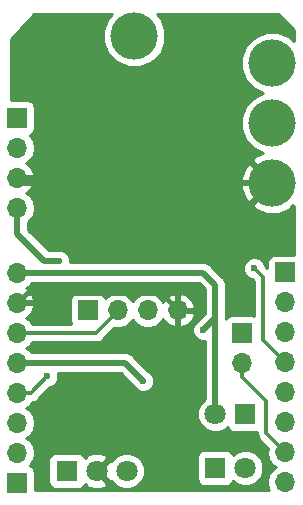
<source format=gbr>
G04 #@! TF.GenerationSoftware,KiCad,Pcbnew,5.0.0*
G04 #@! TF.CreationDate,2018-07-28T11:39:45+02:00*
G04 #@! TF.ProjectId,PTL-IR_remote,50544C2D49525F72656D6F74652E6B69,v1.1*
G04 #@! TF.SameCoordinates,Original*
G04 #@! TF.FileFunction,Copper,L2,Bot,Signal*
G04 #@! TF.FilePolarity,Positive*
%FSLAX46Y46*%
G04 Gerber Fmt 4.6, Leading zero omitted, Abs format (unit mm)*
G04 Created by KiCad (PCBNEW 5.0.0) date Sat Jul 28 11:39:45 2018*
%MOMM*%
%LPD*%
G01*
G04 APERTURE LIST*
G04 #@! TA.AperFunction,ComponentPad*
%ADD10C,4.000500*%
G04 #@! TD*
G04 #@! TA.AperFunction,ComponentPad*
%ADD11R,1.800000X1.800000*%
G04 #@! TD*
G04 #@! TA.AperFunction,ComponentPad*
%ADD12C,1.800000*%
G04 #@! TD*
G04 #@! TA.AperFunction,ComponentPad*
%ADD13R,1.700000X1.700000*%
G04 #@! TD*
G04 #@! TA.AperFunction,ComponentPad*
%ADD14O,1.700000X1.700000*%
G04 #@! TD*
G04 #@! TA.AperFunction,ViaPad*
%ADD15C,0.600000*%
G04 #@! TD*
G04 #@! TA.AperFunction,Conductor*
%ADD16C,0.300000*%
G04 #@! TD*
G04 #@! TA.AperFunction,Conductor*
%ADD17C,0.500000*%
G04 #@! TD*
G04 #@! TA.AperFunction,Conductor*
%ADD18C,0.400000*%
G04 #@! TD*
G04 #@! TA.AperFunction,Conductor*
%ADD19C,0.254000*%
G04 #@! TD*
G04 APERTURE END LIST*
D10*
G04 #@! TO.P,3V3,1*
G04 #@! TO.N,+3V3*
X195580000Y-82550000D03*
G04 #@! TD*
G04 #@! TO.P,D6,1*
G04 #@! TO.N,Net-(J5-Pad1)*
X195580000Y-87630000D03*
G04 #@! TD*
G04 #@! TO.P,Gnd,1*
G04 #@! TO.N,GND*
X195580000Y-92710000D03*
G04 #@! TD*
D11*
G04 #@! TO.P,D1,1*
G04 #@! TO.N,Net-(D1-Pad1)*
X190754000Y-116840000D03*
D12*
G04 #@! TO.P,D1,2*
G04 #@! TO.N,Net-(D1-Pad2)*
X193294000Y-116840000D03*
G04 #@! TD*
D13*
G04 #@! TO.P,PR1,1*
G04 #@! TO.N,+3V3*
X193040000Y-105410000D03*
D14*
G04 #@! TO.P,PR1,2*
G04 #@! TO.N,/ADC*
X193040000Y-107950000D03*
G04 #@! TD*
D11*
G04 #@! TO.P,U1,1*
G04 #@! TO.N,/D5*
X178181000Y-117094000D03*
D12*
G04 #@! TO.P,U1,2*
G04 #@! TO.N,GND*
X180721000Y-117094000D03*
G04 #@! TO.P,U1,3*
G04 #@! TO.N,Net-(C1-Pad1)*
X183261000Y-117094000D03*
G04 #@! TD*
D11*
G04 #@! TO.P,D2,1*
G04 #@! TO.N,Net-(D1-Pad2)*
X193294000Y-112268000D03*
D12*
G04 #@! TO.P,D2,2*
G04 #@! TO.N,+5V*
X190754000Y-112268000D03*
G04 #@! TD*
D13*
G04 #@! TO.P,bme280,1*
G04 #@! TO.N,/SDA*
X173990000Y-87185500D03*
D14*
G04 #@! TO.P,bme280,2*
G04 #@! TO.N,/SCL*
X173990000Y-89725500D03*
G04 #@! TO.P,bme280,3*
G04 #@! TO.N,GND*
X173990000Y-92265500D03*
G04 #@! TO.P,bme280,4*
G04 #@! TO.N,+3V3*
X173990000Y-94805500D03*
G04 #@! TD*
D13*
G04 #@! TO.P,DHT22,1*
G04 #@! TO.N,+3V3*
X179959000Y-103505000D03*
D14*
G04 #@! TO.P,DHT22,2*
G04 #@! TO.N,/D4*
X182499000Y-103505000D03*
G04 #@! TO.P,DHT22,3*
G04 #@! TO.N,Net-(DHT22-Pad3)*
X185039000Y-103505000D03*
G04 #@! TO.P,DHT22,4*
G04 #@! TO.N,GND*
X187579000Y-103505000D03*
G04 #@! TD*
D13*
G04 #@! TO.P,J1,1*
G04 #@! TO.N,+3V3*
X196659500Y-100266500D03*
D14*
G04 #@! TO.P,J1,2*
G04 #@! TO.N,Net-(J1-Pad2)*
X196659500Y-102806500D03*
G04 #@! TO.P,J1,3*
G04 #@! TO.N,Net-(J1-Pad3)*
X196659500Y-105346500D03*
G04 #@! TO.P,J1,4*
G04 #@! TO.N,/D6*
X196659500Y-107886500D03*
G04 #@! TO.P,J1,5*
G04 #@! TO.N,/D5*
X196659500Y-110426500D03*
G04 #@! TO.P,J1,6*
G04 #@! TO.N,Net-(J1-Pad6)*
X196659500Y-112966500D03*
G04 #@! TO.P,J1,7*
G04 #@! TO.N,/ADC*
X196659500Y-115506500D03*
G04 #@! TO.P,J1,8*
G04 #@! TO.N,Net-(J1-Pad8)*
X196659500Y-118046500D03*
G04 #@! TD*
D13*
G04 #@! TO.P,J2,1*
G04 #@! TO.N,Net-(J2-Pad1)*
X173990000Y-118110000D03*
D14*
G04 #@! TO.P,J2,2*
G04 #@! TO.N,/RX*
X173990000Y-115570000D03*
G04 #@! TO.P,J2,3*
G04 #@! TO.N,/SCL*
X173990000Y-113030000D03*
G04 #@! TO.P,J2,4*
G04 #@! TO.N,/SDA*
X173990000Y-110490000D03*
G04 #@! TO.P,J2,5*
G04 #@! TO.N,Net-(J2-Pad5)*
X173990000Y-107950000D03*
G04 #@! TO.P,J2,6*
G04 #@! TO.N,/D4*
X173990000Y-105410000D03*
G04 #@! TO.P,J2,7*
G04 #@! TO.N,GND*
X173990000Y-102870000D03*
G04 #@! TO.P,J2,8*
G04 #@! TO.N,+5V*
X173990000Y-100330000D03*
G04 #@! TD*
D10*
G04 #@! TO.P,screw,1*
G04 #@! TO.N,N/C*
X183896000Y-80264000D03*
G04 #@! TD*
D15*
G04 #@! TO.N,+3V3*
X177561000Y-99314000D03*
G04 #@! TO.N,GND*
X189484000Y-98806000D03*
G04 #@! TO.N,+5V*
X189738000Y-105156000D03*
G04 #@! TO.N,/SDA*
X176545000Y-109093000D03*
G04 #@! TO.N,/D6*
X194056000Y-99949000D03*
G04 #@! TO.N,Net-(J2-Pad5)*
X184658000Y-109474000D03*
G04 #@! TD*
D16*
G04 #@! TO.N,/ADC*
X193040000Y-107950000D02*
X193040000Y-109152081D01*
X195072000Y-113919000D02*
X196659500Y-115506500D01*
X195072000Y-111184081D02*
X195072000Y-113919000D01*
X193040000Y-109152081D02*
X195072000Y-111184081D01*
D17*
G04 #@! TO.N,+3V3*
X173990000Y-94805500D02*
X173990000Y-96007581D01*
X173990000Y-96007581D02*
X173990000Y-97028000D01*
X173990000Y-97028000D02*
X176276000Y-99314000D01*
X176276000Y-99314000D02*
X177561000Y-99314000D01*
D18*
G04 #@! TO.N,GND*
X173990000Y-102870000D02*
X174815500Y-102044500D01*
X174815500Y-102044500D02*
X186118500Y-102044500D01*
X186118500Y-102044500D02*
X187579000Y-103505000D01*
D17*
X191770000Y-96520000D02*
X189484000Y-98806000D01*
X195580000Y-92710000D02*
X191770000Y-96520000D01*
X174434500Y-92710000D02*
X173990000Y-92265500D01*
X195580000Y-92710000D02*
X174434500Y-92710000D01*
G04 #@! TO.N,+5V*
X189738000Y-100330000D02*
X173990000Y-100330000D01*
X190754000Y-101346000D02*
X189738000Y-100330000D01*
X190037999Y-104856001D02*
X190754000Y-104140000D01*
X189738000Y-105156000D02*
X190037999Y-104856001D01*
X190754000Y-112268000D02*
X190754000Y-104140000D01*
X190754000Y-104140000D02*
X190754000Y-101346000D01*
D16*
G04 #@! TO.N,/D4*
X182499000Y-103505000D02*
X182499000Y-103568500D01*
X182499000Y-103568500D02*
X180657500Y-105410000D01*
X180657500Y-105410000D02*
X173990000Y-105410000D01*
G04 #@! TO.N,/SDA*
X175148000Y-110490000D02*
X173990000Y-110490000D01*
X176545000Y-109093000D02*
X175148000Y-110490000D01*
G04 #@! TO.N,/D6*
X194056000Y-99949000D02*
X194818000Y-100711000D01*
X194818000Y-106045000D02*
X196659500Y-107886500D01*
X194818000Y-100711000D02*
X194818000Y-106045000D01*
D17*
G04 #@! TO.N,Net-(J2-Pad5)*
X173990000Y-107950000D02*
X183134000Y-107950000D01*
X183134000Y-107950000D02*
X184658000Y-109474000D01*
G04 #@! TD*
D19*
G04 #@! TO.N,GND*
G36*
X189869001Y-101712580D02*
X189869000Y-103773421D01*
X189473845Y-104168577D01*
X189329078Y-104313344D01*
X189208365Y-104363345D01*
X188945345Y-104626365D01*
X188803000Y-104970017D01*
X188803000Y-105341983D01*
X188945345Y-105685635D01*
X189208365Y-105948655D01*
X189552017Y-106091000D01*
X189869001Y-106091000D01*
X189869000Y-110982183D01*
X189452690Y-111398493D01*
X189219000Y-111962670D01*
X189219000Y-112573330D01*
X189452690Y-113137507D01*
X189884493Y-113569310D01*
X190448670Y-113803000D01*
X191059330Y-113803000D01*
X191623507Y-113569310D01*
X191792725Y-113400092D01*
X191795843Y-113415765D01*
X191936191Y-113625809D01*
X192146235Y-113766157D01*
X192394000Y-113815440D01*
X194194000Y-113815440D01*
X194287001Y-113796941D01*
X194287001Y-113841683D01*
X194271622Y-113919000D01*
X194332546Y-114225291D01*
X194462251Y-114419408D01*
X194462254Y-114419411D01*
X194506048Y-114484953D01*
X194571590Y-114528747D01*
X195212425Y-115169582D01*
X195145408Y-115506500D01*
X195260661Y-116085918D01*
X195588875Y-116577125D01*
X195887261Y-116776500D01*
X195588875Y-116975875D01*
X195260661Y-117467082D01*
X195145408Y-118046500D01*
X195260661Y-118625918D01*
X195290116Y-118670000D01*
X175487440Y-118670000D01*
X175487440Y-117260000D01*
X175438157Y-117012235D01*
X175297809Y-116802191D01*
X175087765Y-116661843D01*
X175042381Y-116652816D01*
X175060625Y-116640625D01*
X175359050Y-116194000D01*
X176633560Y-116194000D01*
X176633560Y-117994000D01*
X176682843Y-118241765D01*
X176823191Y-118451809D01*
X177033235Y-118592157D01*
X177281000Y-118641440D01*
X179081000Y-118641440D01*
X179328765Y-118592157D01*
X179538809Y-118451809D01*
X179671058Y-118253886D01*
X179705890Y-118288718D01*
X179820447Y-118174161D01*
X179906852Y-118430643D01*
X180480336Y-118640458D01*
X181090460Y-118614839D01*
X181535148Y-118430643D01*
X181621554Y-118174159D01*
X180721000Y-117273605D01*
X180706858Y-117287748D01*
X180527253Y-117108143D01*
X180541395Y-117094000D01*
X180900605Y-117094000D01*
X181801159Y-117994554D01*
X181951562Y-117943885D01*
X181959690Y-117963507D01*
X182391493Y-118395310D01*
X182955670Y-118629000D01*
X183566330Y-118629000D01*
X184130507Y-118395310D01*
X184562310Y-117963507D01*
X184796000Y-117399330D01*
X184796000Y-116788670D01*
X184562310Y-116224493D01*
X184277817Y-115940000D01*
X189206560Y-115940000D01*
X189206560Y-117740000D01*
X189255843Y-117987765D01*
X189396191Y-118197809D01*
X189606235Y-118338157D01*
X189854000Y-118387440D01*
X191654000Y-118387440D01*
X191901765Y-118338157D01*
X192111809Y-118197809D01*
X192252157Y-117987765D01*
X192255275Y-117972092D01*
X192424493Y-118141310D01*
X192988670Y-118375000D01*
X193599330Y-118375000D01*
X194163507Y-118141310D01*
X194595310Y-117709507D01*
X194829000Y-117145330D01*
X194829000Y-116534670D01*
X194595310Y-115970493D01*
X194163507Y-115538690D01*
X193599330Y-115305000D01*
X192988670Y-115305000D01*
X192424493Y-115538690D01*
X192255275Y-115707908D01*
X192252157Y-115692235D01*
X192111809Y-115482191D01*
X191901765Y-115341843D01*
X191654000Y-115292560D01*
X189854000Y-115292560D01*
X189606235Y-115341843D01*
X189396191Y-115482191D01*
X189255843Y-115692235D01*
X189206560Y-115940000D01*
X184277817Y-115940000D01*
X184130507Y-115792690D01*
X183566330Y-115559000D01*
X182955670Y-115559000D01*
X182391493Y-115792690D01*
X181959690Y-116224493D01*
X181951562Y-116244115D01*
X181801159Y-116193446D01*
X180900605Y-117094000D01*
X180541395Y-117094000D01*
X180527253Y-117079858D01*
X180706858Y-116900253D01*
X180721000Y-116914395D01*
X181621554Y-116013841D01*
X181535148Y-115757357D01*
X180961664Y-115547542D01*
X180351540Y-115573161D01*
X179906852Y-115757357D01*
X179820447Y-116013839D01*
X179705890Y-115899282D01*
X179671058Y-115934114D01*
X179538809Y-115736191D01*
X179328765Y-115595843D01*
X179081000Y-115546560D01*
X177281000Y-115546560D01*
X177033235Y-115595843D01*
X176823191Y-115736191D01*
X176682843Y-115946235D01*
X176633560Y-116194000D01*
X175359050Y-116194000D01*
X175388839Y-116149418D01*
X175504092Y-115570000D01*
X175388839Y-114990582D01*
X175060625Y-114499375D01*
X174762239Y-114300000D01*
X175060625Y-114100625D01*
X175388839Y-113609418D01*
X175504092Y-113030000D01*
X175388839Y-112450582D01*
X175060625Y-111959375D01*
X174762239Y-111760000D01*
X175060625Y-111560625D01*
X175255483Y-111268999D01*
X175454292Y-111229454D01*
X175713953Y-111055953D01*
X175757749Y-110990408D01*
X176720158Y-110028000D01*
X176730983Y-110028000D01*
X177074635Y-109885655D01*
X177337655Y-109622635D01*
X177480000Y-109278983D01*
X177480000Y-108907017D01*
X177450170Y-108835000D01*
X182767422Y-108835000D01*
X183815345Y-109882924D01*
X183865345Y-110003635D01*
X184128365Y-110266655D01*
X184472017Y-110409000D01*
X184843983Y-110409000D01*
X185187635Y-110266655D01*
X185450655Y-110003635D01*
X185593000Y-109659983D01*
X185593000Y-109288017D01*
X185450655Y-108944365D01*
X185187635Y-108681345D01*
X185066924Y-108631345D01*
X183821425Y-107385847D01*
X183772049Y-107311951D01*
X183479310Y-107116348D01*
X183221165Y-107065000D01*
X183221161Y-107065000D01*
X183134000Y-107047663D01*
X183046839Y-107065000D01*
X175184656Y-107065000D01*
X175060625Y-106879375D01*
X174762239Y-106680000D01*
X175060625Y-106480625D01*
X175251474Y-106195000D01*
X180580188Y-106195000D01*
X180657500Y-106210378D01*
X180734812Y-106195000D01*
X180734816Y-106195000D01*
X180963792Y-106149454D01*
X181223453Y-105975953D01*
X181267249Y-105910408D01*
X182215047Y-104962610D01*
X182352744Y-104990000D01*
X182645256Y-104990000D01*
X183078418Y-104903839D01*
X183569625Y-104575625D01*
X183769000Y-104277239D01*
X183968375Y-104575625D01*
X184459582Y-104903839D01*
X184892744Y-104990000D01*
X185185256Y-104990000D01*
X185618418Y-104903839D01*
X186109625Y-104575625D01*
X186322843Y-104256522D01*
X186383817Y-104386358D01*
X186812076Y-104776645D01*
X187222110Y-104946476D01*
X187452000Y-104825155D01*
X187452000Y-103632000D01*
X187706000Y-103632000D01*
X187706000Y-104825155D01*
X187935890Y-104946476D01*
X188345924Y-104776645D01*
X188774183Y-104386358D01*
X189020486Y-103861892D01*
X188899819Y-103632000D01*
X187706000Y-103632000D01*
X187452000Y-103632000D01*
X187432000Y-103632000D01*
X187432000Y-103378000D01*
X187452000Y-103378000D01*
X187452000Y-102184845D01*
X187706000Y-102184845D01*
X187706000Y-103378000D01*
X188899819Y-103378000D01*
X189020486Y-103148108D01*
X188774183Y-102623642D01*
X188345924Y-102233355D01*
X187935890Y-102063524D01*
X187706000Y-102184845D01*
X187452000Y-102184845D01*
X187222110Y-102063524D01*
X186812076Y-102233355D01*
X186383817Y-102623642D01*
X186322843Y-102753478D01*
X186109625Y-102434375D01*
X185618418Y-102106161D01*
X185185256Y-102020000D01*
X184892744Y-102020000D01*
X184459582Y-102106161D01*
X183968375Y-102434375D01*
X183769000Y-102732761D01*
X183569625Y-102434375D01*
X183078418Y-102106161D01*
X182645256Y-102020000D01*
X182352744Y-102020000D01*
X181919582Y-102106161D01*
X181428375Y-102434375D01*
X181416184Y-102452619D01*
X181407157Y-102407235D01*
X181266809Y-102197191D01*
X181056765Y-102056843D01*
X180809000Y-102007560D01*
X179109000Y-102007560D01*
X178861235Y-102056843D01*
X178651191Y-102197191D01*
X178510843Y-102407235D01*
X178461560Y-102655000D01*
X178461560Y-104355000D01*
X178510843Y-104602765D01*
X178525700Y-104625000D01*
X175251474Y-104625000D01*
X175060625Y-104339375D01*
X174741522Y-104126157D01*
X174871358Y-104065183D01*
X175261645Y-103636924D01*
X175431476Y-103226890D01*
X175310155Y-102997000D01*
X174117000Y-102997000D01*
X174117000Y-103017000D01*
X173863000Y-103017000D01*
X173863000Y-102997000D01*
X173843000Y-102997000D01*
X173843000Y-102743000D01*
X173863000Y-102743000D01*
X173863000Y-102723000D01*
X174117000Y-102723000D01*
X174117000Y-102743000D01*
X175310155Y-102743000D01*
X175431476Y-102513110D01*
X175261645Y-102103076D01*
X174871358Y-101674817D01*
X174741522Y-101613843D01*
X175060625Y-101400625D01*
X175184656Y-101215000D01*
X189371422Y-101215000D01*
X189869001Y-101712580D01*
X189869001Y-101712580D01*
G37*
X189869001Y-101712580D02*
X189869000Y-103773421D01*
X189473845Y-104168577D01*
X189329078Y-104313344D01*
X189208365Y-104363345D01*
X188945345Y-104626365D01*
X188803000Y-104970017D01*
X188803000Y-105341983D01*
X188945345Y-105685635D01*
X189208365Y-105948655D01*
X189552017Y-106091000D01*
X189869001Y-106091000D01*
X189869000Y-110982183D01*
X189452690Y-111398493D01*
X189219000Y-111962670D01*
X189219000Y-112573330D01*
X189452690Y-113137507D01*
X189884493Y-113569310D01*
X190448670Y-113803000D01*
X191059330Y-113803000D01*
X191623507Y-113569310D01*
X191792725Y-113400092D01*
X191795843Y-113415765D01*
X191936191Y-113625809D01*
X192146235Y-113766157D01*
X192394000Y-113815440D01*
X194194000Y-113815440D01*
X194287001Y-113796941D01*
X194287001Y-113841683D01*
X194271622Y-113919000D01*
X194332546Y-114225291D01*
X194462251Y-114419408D01*
X194462254Y-114419411D01*
X194506048Y-114484953D01*
X194571590Y-114528747D01*
X195212425Y-115169582D01*
X195145408Y-115506500D01*
X195260661Y-116085918D01*
X195588875Y-116577125D01*
X195887261Y-116776500D01*
X195588875Y-116975875D01*
X195260661Y-117467082D01*
X195145408Y-118046500D01*
X195260661Y-118625918D01*
X195290116Y-118670000D01*
X175487440Y-118670000D01*
X175487440Y-117260000D01*
X175438157Y-117012235D01*
X175297809Y-116802191D01*
X175087765Y-116661843D01*
X175042381Y-116652816D01*
X175060625Y-116640625D01*
X175359050Y-116194000D01*
X176633560Y-116194000D01*
X176633560Y-117994000D01*
X176682843Y-118241765D01*
X176823191Y-118451809D01*
X177033235Y-118592157D01*
X177281000Y-118641440D01*
X179081000Y-118641440D01*
X179328765Y-118592157D01*
X179538809Y-118451809D01*
X179671058Y-118253886D01*
X179705890Y-118288718D01*
X179820447Y-118174161D01*
X179906852Y-118430643D01*
X180480336Y-118640458D01*
X181090460Y-118614839D01*
X181535148Y-118430643D01*
X181621554Y-118174159D01*
X180721000Y-117273605D01*
X180706858Y-117287748D01*
X180527253Y-117108143D01*
X180541395Y-117094000D01*
X180900605Y-117094000D01*
X181801159Y-117994554D01*
X181951562Y-117943885D01*
X181959690Y-117963507D01*
X182391493Y-118395310D01*
X182955670Y-118629000D01*
X183566330Y-118629000D01*
X184130507Y-118395310D01*
X184562310Y-117963507D01*
X184796000Y-117399330D01*
X184796000Y-116788670D01*
X184562310Y-116224493D01*
X184277817Y-115940000D01*
X189206560Y-115940000D01*
X189206560Y-117740000D01*
X189255843Y-117987765D01*
X189396191Y-118197809D01*
X189606235Y-118338157D01*
X189854000Y-118387440D01*
X191654000Y-118387440D01*
X191901765Y-118338157D01*
X192111809Y-118197809D01*
X192252157Y-117987765D01*
X192255275Y-117972092D01*
X192424493Y-118141310D01*
X192988670Y-118375000D01*
X193599330Y-118375000D01*
X194163507Y-118141310D01*
X194595310Y-117709507D01*
X194829000Y-117145330D01*
X194829000Y-116534670D01*
X194595310Y-115970493D01*
X194163507Y-115538690D01*
X193599330Y-115305000D01*
X192988670Y-115305000D01*
X192424493Y-115538690D01*
X192255275Y-115707908D01*
X192252157Y-115692235D01*
X192111809Y-115482191D01*
X191901765Y-115341843D01*
X191654000Y-115292560D01*
X189854000Y-115292560D01*
X189606235Y-115341843D01*
X189396191Y-115482191D01*
X189255843Y-115692235D01*
X189206560Y-115940000D01*
X184277817Y-115940000D01*
X184130507Y-115792690D01*
X183566330Y-115559000D01*
X182955670Y-115559000D01*
X182391493Y-115792690D01*
X181959690Y-116224493D01*
X181951562Y-116244115D01*
X181801159Y-116193446D01*
X180900605Y-117094000D01*
X180541395Y-117094000D01*
X180527253Y-117079858D01*
X180706858Y-116900253D01*
X180721000Y-116914395D01*
X181621554Y-116013841D01*
X181535148Y-115757357D01*
X180961664Y-115547542D01*
X180351540Y-115573161D01*
X179906852Y-115757357D01*
X179820447Y-116013839D01*
X179705890Y-115899282D01*
X179671058Y-115934114D01*
X179538809Y-115736191D01*
X179328765Y-115595843D01*
X179081000Y-115546560D01*
X177281000Y-115546560D01*
X177033235Y-115595843D01*
X176823191Y-115736191D01*
X176682843Y-115946235D01*
X176633560Y-116194000D01*
X175359050Y-116194000D01*
X175388839Y-116149418D01*
X175504092Y-115570000D01*
X175388839Y-114990582D01*
X175060625Y-114499375D01*
X174762239Y-114300000D01*
X175060625Y-114100625D01*
X175388839Y-113609418D01*
X175504092Y-113030000D01*
X175388839Y-112450582D01*
X175060625Y-111959375D01*
X174762239Y-111760000D01*
X175060625Y-111560625D01*
X175255483Y-111268999D01*
X175454292Y-111229454D01*
X175713953Y-111055953D01*
X175757749Y-110990408D01*
X176720158Y-110028000D01*
X176730983Y-110028000D01*
X177074635Y-109885655D01*
X177337655Y-109622635D01*
X177480000Y-109278983D01*
X177480000Y-108907017D01*
X177450170Y-108835000D01*
X182767422Y-108835000D01*
X183815345Y-109882924D01*
X183865345Y-110003635D01*
X184128365Y-110266655D01*
X184472017Y-110409000D01*
X184843983Y-110409000D01*
X185187635Y-110266655D01*
X185450655Y-110003635D01*
X185593000Y-109659983D01*
X185593000Y-109288017D01*
X185450655Y-108944365D01*
X185187635Y-108681345D01*
X185066924Y-108631345D01*
X183821425Y-107385847D01*
X183772049Y-107311951D01*
X183479310Y-107116348D01*
X183221165Y-107065000D01*
X183221161Y-107065000D01*
X183134000Y-107047663D01*
X183046839Y-107065000D01*
X175184656Y-107065000D01*
X175060625Y-106879375D01*
X174762239Y-106680000D01*
X175060625Y-106480625D01*
X175251474Y-106195000D01*
X180580188Y-106195000D01*
X180657500Y-106210378D01*
X180734812Y-106195000D01*
X180734816Y-106195000D01*
X180963792Y-106149454D01*
X181223453Y-105975953D01*
X181267249Y-105910408D01*
X182215047Y-104962610D01*
X182352744Y-104990000D01*
X182645256Y-104990000D01*
X183078418Y-104903839D01*
X183569625Y-104575625D01*
X183769000Y-104277239D01*
X183968375Y-104575625D01*
X184459582Y-104903839D01*
X184892744Y-104990000D01*
X185185256Y-104990000D01*
X185618418Y-104903839D01*
X186109625Y-104575625D01*
X186322843Y-104256522D01*
X186383817Y-104386358D01*
X186812076Y-104776645D01*
X187222110Y-104946476D01*
X187452000Y-104825155D01*
X187452000Y-103632000D01*
X187706000Y-103632000D01*
X187706000Y-104825155D01*
X187935890Y-104946476D01*
X188345924Y-104776645D01*
X188774183Y-104386358D01*
X189020486Y-103861892D01*
X188899819Y-103632000D01*
X187706000Y-103632000D01*
X187452000Y-103632000D01*
X187432000Y-103632000D01*
X187432000Y-103378000D01*
X187452000Y-103378000D01*
X187452000Y-102184845D01*
X187706000Y-102184845D01*
X187706000Y-103378000D01*
X188899819Y-103378000D01*
X189020486Y-103148108D01*
X188774183Y-102623642D01*
X188345924Y-102233355D01*
X187935890Y-102063524D01*
X187706000Y-102184845D01*
X187452000Y-102184845D01*
X187222110Y-102063524D01*
X186812076Y-102233355D01*
X186383817Y-102623642D01*
X186322843Y-102753478D01*
X186109625Y-102434375D01*
X185618418Y-102106161D01*
X185185256Y-102020000D01*
X184892744Y-102020000D01*
X184459582Y-102106161D01*
X183968375Y-102434375D01*
X183769000Y-102732761D01*
X183569625Y-102434375D01*
X183078418Y-102106161D01*
X182645256Y-102020000D01*
X182352744Y-102020000D01*
X181919582Y-102106161D01*
X181428375Y-102434375D01*
X181416184Y-102452619D01*
X181407157Y-102407235D01*
X181266809Y-102197191D01*
X181056765Y-102056843D01*
X180809000Y-102007560D01*
X179109000Y-102007560D01*
X178861235Y-102056843D01*
X178651191Y-102197191D01*
X178510843Y-102407235D01*
X178461560Y-102655000D01*
X178461560Y-104355000D01*
X178510843Y-104602765D01*
X178525700Y-104625000D01*
X175251474Y-104625000D01*
X175060625Y-104339375D01*
X174741522Y-104126157D01*
X174871358Y-104065183D01*
X175261645Y-103636924D01*
X175431476Y-103226890D01*
X175310155Y-102997000D01*
X174117000Y-102997000D01*
X174117000Y-103017000D01*
X173863000Y-103017000D01*
X173863000Y-102997000D01*
X173843000Y-102997000D01*
X173843000Y-102743000D01*
X173863000Y-102743000D01*
X173863000Y-102723000D01*
X174117000Y-102723000D01*
X174117000Y-102743000D01*
X175310155Y-102743000D01*
X175431476Y-102513110D01*
X175261645Y-102103076D01*
X174871358Y-101674817D01*
X174741522Y-101613843D01*
X175060625Y-101400625D01*
X175184656Y-101215000D01*
X189371422Y-101215000D01*
X189869001Y-101712580D01*
G36*
X181661943Y-78771251D02*
X181260750Y-79739816D01*
X181260750Y-80788184D01*
X181661943Y-81756749D01*
X182403251Y-82498057D01*
X183371816Y-82899250D01*
X184420184Y-82899250D01*
X185388749Y-82498057D01*
X186130057Y-81756749D01*
X186531250Y-80788184D01*
X186531250Y-79739816D01*
X186130057Y-78771251D01*
X185792806Y-78434000D01*
X196047910Y-78434000D01*
X197410000Y-79796092D01*
X197410000Y-80653194D01*
X197072749Y-80315943D01*
X196104184Y-79914750D01*
X195055816Y-79914750D01*
X194087251Y-80315943D01*
X193345943Y-81057251D01*
X192944750Y-82025816D01*
X192944750Y-83074184D01*
X193345943Y-84042749D01*
X194087251Y-84784057D01*
X194825862Y-85090000D01*
X194087251Y-85395943D01*
X193345943Y-86137251D01*
X192944750Y-87105816D01*
X192944750Y-88154184D01*
X193345943Y-89122749D01*
X194087251Y-89864057D01*
X194820483Y-90167772D01*
X194105203Y-90464051D01*
X193884403Y-90834798D01*
X195580000Y-92530395D01*
X195594143Y-92516253D01*
X195773748Y-92695858D01*
X195759605Y-92710000D01*
X195773748Y-92724143D01*
X195594143Y-92903748D01*
X195580000Y-92889605D01*
X193884403Y-94585202D01*
X194105203Y-94955949D01*
X195076953Y-95349367D01*
X196125287Y-95340965D01*
X197054797Y-94955949D01*
X197275596Y-94585204D01*
X197388346Y-94697954D01*
X197410000Y-94676300D01*
X197410000Y-98769060D01*
X195809500Y-98769060D01*
X195561735Y-98818343D01*
X195351691Y-98958691D01*
X195211343Y-99168735D01*
X195162060Y-99416500D01*
X195162060Y-99944903D01*
X194991000Y-99773843D01*
X194991000Y-99763017D01*
X194848655Y-99419365D01*
X194585635Y-99156345D01*
X194241983Y-99014000D01*
X193870017Y-99014000D01*
X193526365Y-99156345D01*
X193263345Y-99419365D01*
X193121000Y-99763017D01*
X193121000Y-100134983D01*
X193263345Y-100478635D01*
X193526365Y-100741655D01*
X193870017Y-100884000D01*
X193880843Y-100884000D01*
X194033000Y-101036157D01*
X194033001Y-103941004D01*
X193890000Y-103912560D01*
X192190000Y-103912560D01*
X191942235Y-103961843D01*
X191732191Y-104102191D01*
X191639000Y-104241660D01*
X191639000Y-104227161D01*
X191656337Y-104140001D01*
X191639000Y-104052841D01*
X191639000Y-101433161D01*
X191656337Y-101346000D01*
X191639000Y-101258839D01*
X191639000Y-101258835D01*
X191587652Y-101000690D01*
X191392049Y-100707951D01*
X191318156Y-100658577D01*
X190425425Y-99765847D01*
X190376049Y-99691951D01*
X190083310Y-99496348D01*
X189825165Y-99445000D01*
X189825161Y-99445000D01*
X189738000Y-99427663D01*
X189650839Y-99445000D01*
X178496000Y-99445000D01*
X178496000Y-99128017D01*
X178353655Y-98784365D01*
X178090635Y-98521345D01*
X177746983Y-98379000D01*
X177375017Y-98379000D01*
X177254306Y-98429000D01*
X176642579Y-98429000D01*
X174875000Y-96661422D01*
X174875000Y-96000156D01*
X175060625Y-95876125D01*
X175388839Y-95384918D01*
X175504092Y-94805500D01*
X175388839Y-94226082D01*
X175060625Y-93734875D01*
X174741522Y-93521657D01*
X174871358Y-93460683D01*
X175261645Y-93032424D01*
X175431476Y-92622390D01*
X175310155Y-92392500D01*
X174117000Y-92392500D01*
X174117000Y-92412500D01*
X173863000Y-92412500D01*
X173863000Y-92392500D01*
X173843000Y-92392500D01*
X173843000Y-92206953D01*
X192940633Y-92206953D01*
X192949035Y-93255287D01*
X193334051Y-94184797D01*
X193704798Y-94405597D01*
X195400395Y-92710000D01*
X193704798Y-91014403D01*
X193334051Y-91235203D01*
X192940633Y-92206953D01*
X173843000Y-92206953D01*
X173843000Y-92138500D01*
X173863000Y-92138500D01*
X173863000Y-92118500D01*
X174117000Y-92118500D01*
X174117000Y-92138500D01*
X175310155Y-92138500D01*
X175431476Y-91908610D01*
X175261645Y-91498576D01*
X174871358Y-91070317D01*
X174741522Y-91009343D01*
X175060625Y-90796125D01*
X175388839Y-90304918D01*
X175504092Y-89725500D01*
X175388839Y-89146082D01*
X175060625Y-88654875D01*
X175042381Y-88642684D01*
X175087765Y-88633657D01*
X175297809Y-88493309D01*
X175438157Y-88283265D01*
X175487440Y-88035500D01*
X175487440Y-86335500D01*
X175438157Y-86087735D01*
X175297809Y-85877691D01*
X175087765Y-85737343D01*
X174840000Y-85688060D01*
X173430000Y-85688060D01*
X173430000Y-80542022D01*
X175379921Y-78434000D01*
X181999194Y-78434000D01*
X181661943Y-78771251D01*
X181661943Y-78771251D01*
G37*
X181661943Y-78771251D02*
X181260750Y-79739816D01*
X181260750Y-80788184D01*
X181661943Y-81756749D01*
X182403251Y-82498057D01*
X183371816Y-82899250D01*
X184420184Y-82899250D01*
X185388749Y-82498057D01*
X186130057Y-81756749D01*
X186531250Y-80788184D01*
X186531250Y-79739816D01*
X186130057Y-78771251D01*
X185792806Y-78434000D01*
X196047910Y-78434000D01*
X197410000Y-79796092D01*
X197410000Y-80653194D01*
X197072749Y-80315943D01*
X196104184Y-79914750D01*
X195055816Y-79914750D01*
X194087251Y-80315943D01*
X193345943Y-81057251D01*
X192944750Y-82025816D01*
X192944750Y-83074184D01*
X193345943Y-84042749D01*
X194087251Y-84784057D01*
X194825862Y-85090000D01*
X194087251Y-85395943D01*
X193345943Y-86137251D01*
X192944750Y-87105816D01*
X192944750Y-88154184D01*
X193345943Y-89122749D01*
X194087251Y-89864057D01*
X194820483Y-90167772D01*
X194105203Y-90464051D01*
X193884403Y-90834798D01*
X195580000Y-92530395D01*
X195594143Y-92516253D01*
X195773748Y-92695858D01*
X195759605Y-92710000D01*
X195773748Y-92724143D01*
X195594143Y-92903748D01*
X195580000Y-92889605D01*
X193884403Y-94585202D01*
X194105203Y-94955949D01*
X195076953Y-95349367D01*
X196125287Y-95340965D01*
X197054797Y-94955949D01*
X197275596Y-94585204D01*
X197388346Y-94697954D01*
X197410000Y-94676300D01*
X197410000Y-98769060D01*
X195809500Y-98769060D01*
X195561735Y-98818343D01*
X195351691Y-98958691D01*
X195211343Y-99168735D01*
X195162060Y-99416500D01*
X195162060Y-99944903D01*
X194991000Y-99773843D01*
X194991000Y-99763017D01*
X194848655Y-99419365D01*
X194585635Y-99156345D01*
X194241983Y-99014000D01*
X193870017Y-99014000D01*
X193526365Y-99156345D01*
X193263345Y-99419365D01*
X193121000Y-99763017D01*
X193121000Y-100134983D01*
X193263345Y-100478635D01*
X193526365Y-100741655D01*
X193870017Y-100884000D01*
X193880843Y-100884000D01*
X194033000Y-101036157D01*
X194033001Y-103941004D01*
X193890000Y-103912560D01*
X192190000Y-103912560D01*
X191942235Y-103961843D01*
X191732191Y-104102191D01*
X191639000Y-104241660D01*
X191639000Y-104227161D01*
X191656337Y-104140001D01*
X191639000Y-104052841D01*
X191639000Y-101433161D01*
X191656337Y-101346000D01*
X191639000Y-101258839D01*
X191639000Y-101258835D01*
X191587652Y-101000690D01*
X191392049Y-100707951D01*
X191318156Y-100658577D01*
X190425425Y-99765847D01*
X190376049Y-99691951D01*
X190083310Y-99496348D01*
X189825165Y-99445000D01*
X189825161Y-99445000D01*
X189738000Y-99427663D01*
X189650839Y-99445000D01*
X178496000Y-99445000D01*
X178496000Y-99128017D01*
X178353655Y-98784365D01*
X178090635Y-98521345D01*
X177746983Y-98379000D01*
X177375017Y-98379000D01*
X177254306Y-98429000D01*
X176642579Y-98429000D01*
X174875000Y-96661422D01*
X174875000Y-96000156D01*
X175060625Y-95876125D01*
X175388839Y-95384918D01*
X175504092Y-94805500D01*
X175388839Y-94226082D01*
X175060625Y-93734875D01*
X174741522Y-93521657D01*
X174871358Y-93460683D01*
X175261645Y-93032424D01*
X175431476Y-92622390D01*
X175310155Y-92392500D01*
X174117000Y-92392500D01*
X174117000Y-92412500D01*
X173863000Y-92412500D01*
X173863000Y-92392500D01*
X173843000Y-92392500D01*
X173843000Y-92206953D01*
X192940633Y-92206953D01*
X192949035Y-93255287D01*
X193334051Y-94184797D01*
X193704798Y-94405597D01*
X195400395Y-92710000D01*
X193704798Y-91014403D01*
X193334051Y-91235203D01*
X192940633Y-92206953D01*
X173843000Y-92206953D01*
X173843000Y-92138500D01*
X173863000Y-92138500D01*
X173863000Y-92118500D01*
X174117000Y-92118500D01*
X174117000Y-92138500D01*
X175310155Y-92138500D01*
X175431476Y-91908610D01*
X175261645Y-91498576D01*
X174871358Y-91070317D01*
X174741522Y-91009343D01*
X175060625Y-90796125D01*
X175388839Y-90304918D01*
X175504092Y-89725500D01*
X175388839Y-89146082D01*
X175060625Y-88654875D01*
X175042381Y-88642684D01*
X175087765Y-88633657D01*
X175297809Y-88493309D01*
X175438157Y-88283265D01*
X175487440Y-88035500D01*
X175487440Y-86335500D01*
X175438157Y-86087735D01*
X175297809Y-85877691D01*
X175087765Y-85737343D01*
X174840000Y-85688060D01*
X173430000Y-85688060D01*
X173430000Y-80542022D01*
X175379921Y-78434000D01*
X181999194Y-78434000D01*
X181661943Y-78771251D01*
G04 #@! TD*
M02*

</source>
